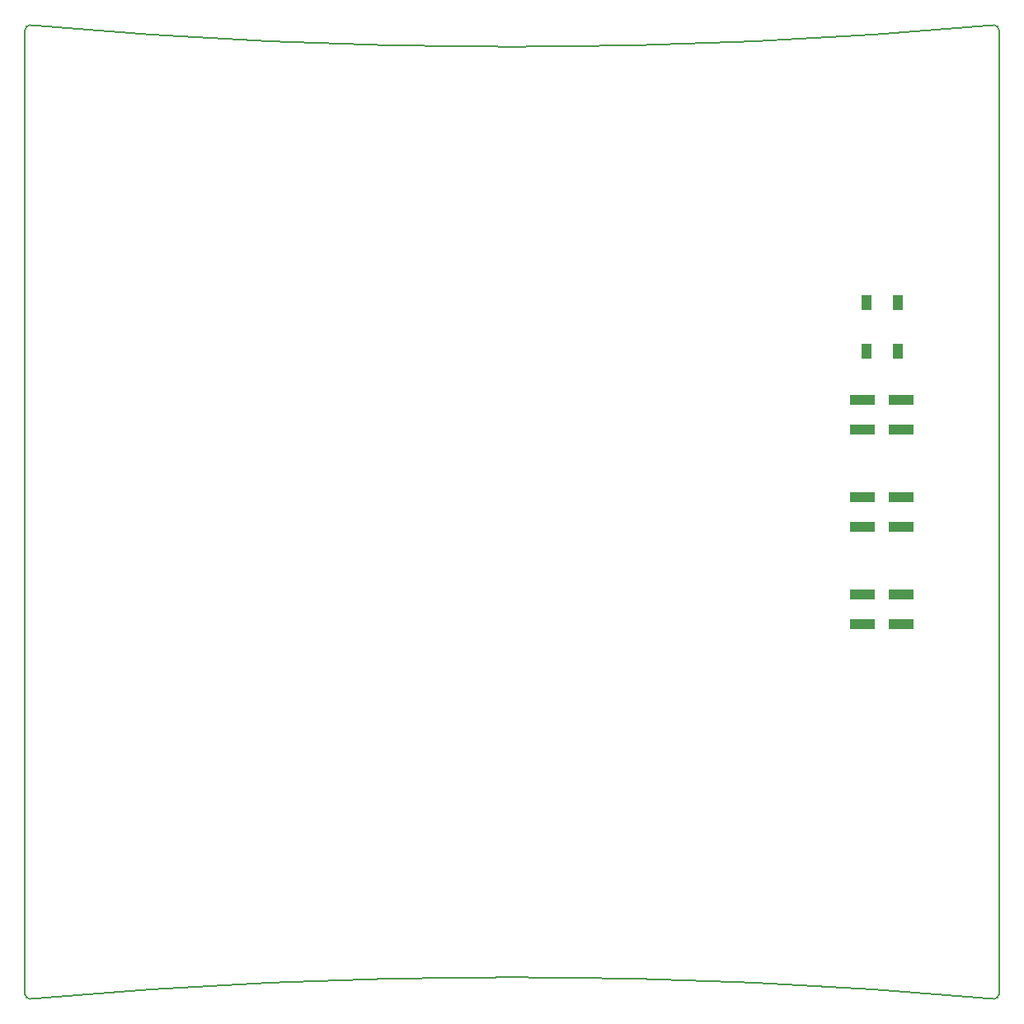
<source format=gbr>
%TF.GenerationSoftware,KiCad,Pcbnew,5.0.0*%
%TF.CreationDate,2018-09-20T16:03:51+02:00*%
%TF.ProjectId,adri,616472692E6B696361645F7063620000,rev?*%
%TF.SameCoordinates,Original*%
%TF.FileFunction,Paste,Top*%
%TF.FilePolarity,Positive*%
%FSLAX46Y46*%
G04 Gerber Fmt 4.6, Leading zero omitted, Abs format (unit mm)*
G04 Created by KiCad (PCBNEW 5.0.0) date Thu Sep 20 16:03:51 2018*
%MOMM*%
%LPD*%
G01*
G04 APERTURE LIST*
%ADD10C,0.150000*%
%ADD11R,1.000000X1.600000*%
%ADD12R,2.500000X1.000000*%
G04 APERTURE END LIST*
D10*
X90500000Y-150000000D02*
G75*
G02X90000000Y-149500000I0J500000D01*
G01*
X190000000Y-149500000D02*
G75*
G02X189500000Y-150000000I-500000J0D01*
G01*
X189500000Y-50000000D02*
G75*
G02X190000000Y-50500000I0J-500000D01*
G01*
X90000000Y-50500000D02*
G75*
G02X90500000Y-50000000I500000J0D01*
G01*
X90500001Y-150000000D02*
G75*
G02X189500000Y-150000000I49499999J-550000000D01*
G01*
X189499999Y-50000000D02*
G75*
G02X90500000Y-50000000I-49500000J549999999D01*
G01*
X90000000Y-149500000D02*
X90000000Y-50500000D01*
X190000000Y-149500000D02*
X190000000Y-50500000D01*
D11*
X179600000Y-78500000D03*
X176400000Y-78500000D03*
X179600000Y-83500000D03*
X176400000Y-83500000D03*
D12*
X180000000Y-91500000D03*
X176000000Y-91500000D03*
X180000000Y-88500000D03*
X176000000Y-88500000D03*
X176000000Y-108500000D03*
X180000000Y-108500000D03*
X176000000Y-111500000D03*
X180000000Y-111500000D03*
X180000000Y-101500000D03*
X176000000Y-101500000D03*
X180000000Y-98500000D03*
X176000000Y-98500000D03*
M02*

</source>
